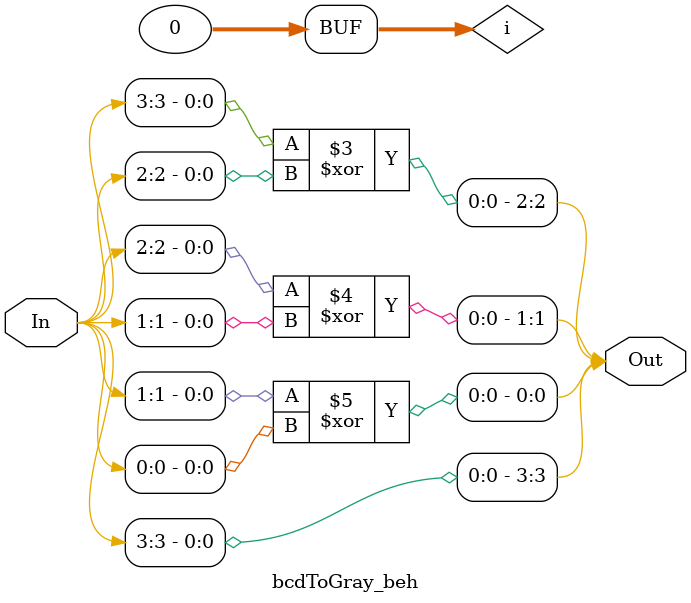
<source format=v>
module bcdToGray_beh(Out,In);
    input [3:0]In;
    integer i;
    output [3:0]Out;
    reg [3:0]Out;
    always@(In)
        begin   
            Out[3]=In[3];
            for(i=3; i>0; i=i-1)
                Out[i-1]=In[i]^In[i-1];
        end
endmodule
</source>
